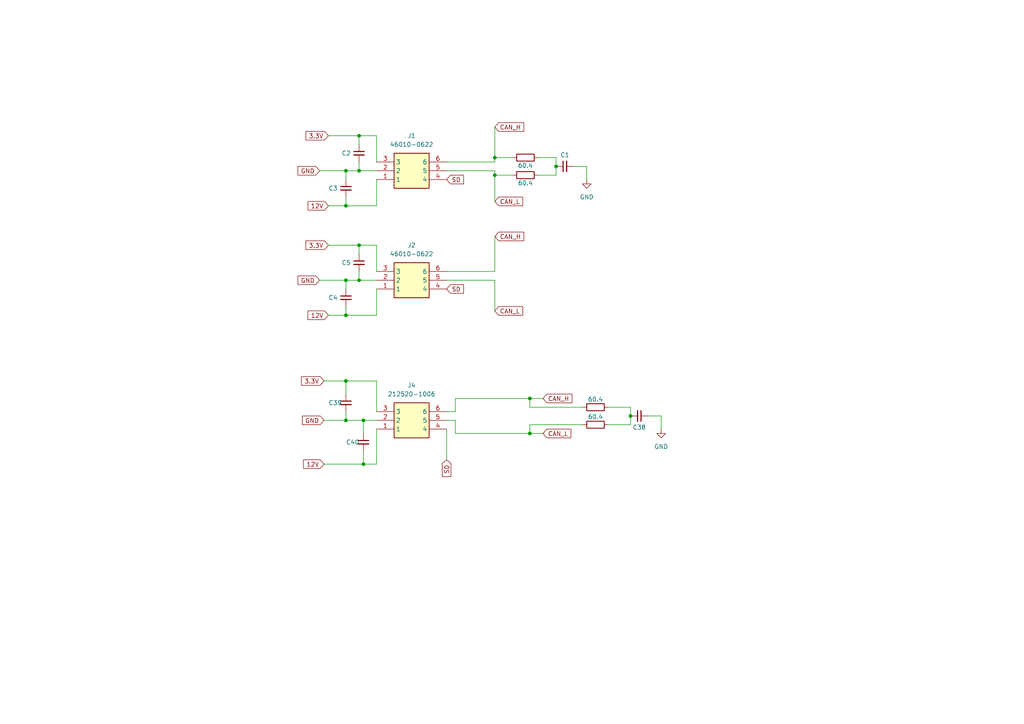
<source format=kicad_sch>
(kicad_sch (version 20231120) (generator "eeschema") (generator_version "8.0")
  (paper "A4")
  (lib_symbols
    (symbol "212520-1006:212520-1006"
      (property "Reference" "J" (at 16.51 7.62 0))
      (property "Value" "212520-1006" (at 16.51 5.08 0))
      (symbol "212520-1006_1_1"
        (rectangle (start 5.08 2.54) (end 15.24 -7.62) (stroke (width 0.254)) (fill (type background)))
        (pin passive line (at 0 -5.08 0) (length 5.08) (name "1") (number "1"))
        (pin passive line (at 0 -2.54 0) (length 5.08) (name "2") (number "2"))
        (pin passive line (at 0 0 0) (length 5.08) (name "3") (number "3"))
        (pin passive line (at 20.32 -5.08 180) (length 5.08) (name "4") (number "4"))
        (pin passive line (at 20.32 -2.54 180) (length 5.08) (name "5") (number "5"))
        (pin passive line (at 20.32 0 180) (length 5.08) (name "6") (number "6"))
      )
    )
    (symbol "46010-0622:46010-0622"
      (property "Reference" "J" (at 16.51 7.62 0))
      (property "Value" "46010-0622" (at 16.51 5.08 0))
      (symbol "46010-0622_1_1"
        (rectangle (start 5.08 2.54) (end 15.24 -7.62) (stroke (width 0.254)) (fill (type background)))
        (pin passive line (at 0 -5.08 0) (length 5.08) (name "1") (number "1"))
        (pin passive line (at 0 -2.54 0) (length 5.08) (name "2") (number "2"))
        (pin passive line (at 0 0 0) (length 5.08) (name "3") (number "3"))
        (pin passive line (at 20.32 -5.08 180) (length 5.08) (name "4") (number "4"))
        (pin passive line (at 20.32 -2.54 180) (length 5.08) (name "5") (number "5"))
        (pin passive line (at 20.32 0 180) (length 5.08) (name "6") (number "6"))
      )
    )
    (symbol "Device:C_Small" (pin_numbers hide) (pin_names (offset 0.254) hide)
      (property "Reference" "C" (at 0.254 1.778 0))
      (property "Value" "C_Small" (at 0.254 -2.032 0))
      (symbol "C_Small_0_1"
        (polyline (pts (xy -1.524 -0.508) (xy 1.524 -0.508)) (stroke (width 0.3302)))
        (polyline (pts (xy -1.524 0.508) (xy 1.524 0.508)) (stroke (width 0.3048)))
      )
      (symbol "C_Small_1_1"
        (pin passive line (at 0 2.54 270) (length 2.032) (name "~") (number "1"))
        (pin passive line (at 0 -2.54 90) (length 2.032) (name "~") (number "2"))
      )
    )
    (symbol "Device:R" (pin_numbers hide) (pin_names (offset 0))
      (property "Reference" "R" (at 2.032 0 90))
      (property "Value" "R" (at 0 0 90))
      (symbol "R_0_1"
        (rectangle (start -1.016 -2.54) (end 1.016 2.54) (stroke (width 0.254)))
      )
      (symbol "R_1_1"
        (pin passive line (at 0 3.81 270) (length 1.27) (name "~") (number "1"))
        (pin passive line (at 0 -3.81 90) (length 1.27) (name "~") (number "2"))
      )
    )
    (symbol "power:GND" (power) (pin_numbers hide) (pin_names (offset 0) hide)
      (property "Value" "GND" (at 0 -3.81 0))
      (symbol "GND_0_1"
        (polyline (pts (xy 0 0) (xy 0 -1.27) (xy 1.27 -1.27) (xy 0 -2.54) (xy -1.27 -1.27) (xy 0 -1.27)))
      )
      (symbol "GND_1_1"
        (pin power_in line (at 0 0 270) (length 0) (name "~") (number "1"))
      )
    )
  )
  (junction (at 161.29 48.26))
  (junction (at 100.33 121.92))
  (junction (at 104.14 49.53))
  (junction (at 100.33 49.53))
  (junction (at 105.41 121.92))
  (junction (at 143.51 50.8))
  (junction (at 100.33 91.44))
  (junction (at 104.14 39.37))
  (junction (at 153.67 125.73))
  (junction (at 182.88 120.65))
  (junction (at 143.51 45.72))
  (junction (at 100.33 81.28))
  (junction (at 105.41 134.62))
  (junction (at 100.33 59.69))
  (junction (at 153.67 115.57))
  (junction (at 104.14 71.12))
  (junction (at 104.14 81.28))
  (junction (at 100.33 110.49))
  (wire (pts (xy 104.14 71.12) (xy 109.22 71.12)))
  (wire (pts (xy 143.51 58.42) (xy 143.51 50.8)))
  (wire (pts (xy 156.21 45.72) (xy 161.29 45.72)))
  (wire (pts (xy 132.08 115.57) (xy 153.67 115.57)))
  (wire (pts (xy 93.98 134.62) (xy 105.41 134.62)))
  (wire (pts (xy 157.48 125.73) (xy 153.67 125.73)))
  (wire (pts (xy 161.29 48.26) (xy 161.29 50.8)))
  (wire (pts (xy 143.51 45.72) (xy 143.51 46.99)))
  (wire (pts (xy 143.51 50.8) (xy 143.51 49.53)))
  (wire (pts (xy 100.33 121.92) (xy 105.41 121.92)))
  (wire (pts (xy 161.29 45.72) (xy 161.29 48.26)))
  (wire (pts (xy 100.33 91.44) (xy 109.22 91.44)))
  (wire (pts (xy 191.77 120.65) (xy 191.77 124.46)))
  (wire (pts (xy 95.25 39.37) (xy 104.14 39.37)))
  (wire (pts (xy 143.51 45.72) (xy 148.59 45.72)))
  (wire (pts (xy 109.22 71.12) (xy 109.22 78.74)))
  (wire (pts (xy 153.67 115.57) (xy 153.67 118.11)))
  (wire (pts (xy 191.77 120.65) (xy 187.96 120.65)))
  (wire (pts (xy 104.14 39.37) (xy 109.22 39.37)))
  (wire (pts (xy 132.08 125.73) (xy 132.08 121.92)))
  (wire (pts (xy 132.08 119.38) (xy 129.54 119.38)))
  (wire (pts (xy 168.91 123.19) (xy 153.67 123.19)))
  (wire (pts (xy 143.51 49.53) (xy 129.54 49.53)))
  (wire (pts (xy 104.14 39.37) (xy 104.14 41.91)))
  (wire (pts (xy 143.51 46.99) (xy 129.54 46.99)))
  (wire (pts (xy 109.22 59.69) (xy 109.22 52.07)))
  (wire (pts (xy 100.33 57.15) (xy 100.33 59.69)))
  (wire (pts (xy 100.33 110.49) (xy 100.33 114.3)))
  (wire (pts (xy 109.22 110.49) (xy 109.22 119.38)))
  (wire (pts (xy 109.22 134.62) (xy 109.22 124.46)))
  (wire (pts (xy 129.54 133.35) (xy 129.54 124.46)))
  (wire (pts (xy 143.51 81.28) (xy 129.54 81.28)))
  (wire (pts (xy 100.33 81.28) (xy 104.14 81.28)))
  (wire (pts (xy 92.71 49.53) (xy 100.33 49.53)))
  (wire (pts (xy 104.14 49.53) (xy 109.22 49.53)))
  (wire (pts (xy 132.08 115.57) (xy 132.08 119.38)))
  (wire (pts (xy 100.33 59.69) (xy 109.22 59.69)))
  (wire (pts (xy 104.14 46.99) (xy 104.14 49.53)))
  (wire (pts (xy 100.33 119.38) (xy 100.33 121.92)))
  (wire (pts (xy 153.67 125.73) (xy 132.08 125.73)))
  (wire (pts (xy 105.41 121.92) (xy 109.22 121.92)))
  (wire (pts (xy 95.25 91.44) (xy 100.33 91.44)))
  (wire (pts (xy 132.08 121.92) (xy 129.54 121.92)))
  (wire (pts (xy 105.41 134.62) (xy 109.22 134.62)))
  (wire (pts (xy 93.98 110.49) (xy 100.33 110.49)))
  (wire (pts (xy 170.18 48.26) (xy 170.18 52.07)))
  (wire (pts (xy 100.33 81.28) (xy 100.33 83.82)))
  (wire (pts (xy 100.33 49.53) (xy 104.14 49.53)))
  (wire (pts (xy 92.71 81.28) (xy 100.33 81.28)))
  (wire (pts (xy 104.14 81.28) (xy 109.22 81.28)))
  (wire (pts (xy 176.53 123.19) (xy 182.88 123.19)))
  (wire (pts (xy 104.14 71.12) (xy 104.14 73.66)))
  (wire (pts (xy 182.88 120.65) (xy 182.88 118.11)))
  (wire (pts (xy 166.37 48.26) (xy 170.18 48.26)))
  (wire (pts (xy 153.67 115.57) (xy 157.48 115.57)))
  (wire (pts (xy 143.51 81.28) (xy 143.51 90.17)))
  (wire (pts (xy 143.51 36.83) (xy 143.51 45.72)))
  (wire (pts (xy 95.25 71.12) (xy 104.14 71.12)))
  (wire (pts (xy 105.41 121.92) (xy 105.41 125.73)))
  (wire (pts (xy 143.51 78.74) (xy 129.54 78.74)))
  (wire (pts (xy 109.22 91.44) (xy 109.22 83.82)))
  (wire (pts (xy 156.21 50.8) (xy 161.29 50.8)))
  (wire (pts (xy 143.51 68.58) (xy 143.51 78.74)))
  (wire (pts (xy 104.14 78.74) (xy 104.14 81.28)))
  (wire (pts (xy 100.33 49.53) (xy 100.33 52.07)))
  (wire (pts (xy 105.41 130.81) (xy 105.41 134.62)))
  (wire (pts (xy 153.67 123.19) (xy 153.67 125.73)))
  (wire (pts (xy 182.88 123.19) (xy 182.88 120.65)))
  (wire (pts (xy 182.88 118.11) (xy 176.53 118.11)))
  (wire (pts (xy 100.33 88.9) (xy 100.33 91.44)))
  (wire (pts (xy 93.98 121.92) (xy 100.33 121.92)))
  (wire (pts (xy 100.33 110.49) (xy 109.22 110.49)))
  (wire (pts (xy 95.25 59.69) (xy 100.33 59.69)))
  (wire (pts (xy 109.22 39.37) (xy 109.22 46.99)))
  (wire (pts (xy 143.51 50.8) (xy 148.59 50.8)))
  (wire (pts (xy 153.67 118.11) (xy 168.91 118.11)))
  (global_label "3.3V" (shape input) (at 93.98 110.49 180) (property "Intersheetrefs" "${INTERSHEET_REFS}" (effects (hide yes))))
  (global_label "GND" (shape input) (at 92.71 81.28 180) (property "Intersheetrefs" "${INTERSHEET_REFS}" (effects (hide yes))))
  (global_label "12V" (shape input) (at 95.25 91.44 180) (property "Intersheetrefs" "${INTERSHEET_REFS}" (effects (hide yes))))
  (global_label "3.3V" (shape input) (at 95.25 39.37 180) (property "Intersheetrefs" "${INTERSHEET_REFS}" (effects (hide yes))))
  (global_label "12V" (shape input) (at 93.98 134.62 180) (property "Intersheetrefs" "${INTERSHEET_REFS}" (effects (hide yes))))
  (global_label "3.3V" (shape input) (at 95.25 71.12 180) (property "Intersheetrefs" "${INTERSHEET_REFS}" (effects (hide yes))))
  (global_label "12V" (shape input) (at 95.25 59.69 180) (property "Intersheetrefs" "${INTERSHEET_REFS}" (effects (hide yes))))
  (global_label "CAN_L" (shape input) (at 143.51 90.17 0) (property "Intersheetrefs" "${INTERSHEET_REFS}" (effects (hide yes))))
  (global_label "CAN_L" (shape input) (at 157.48 125.73 0) (property "Intersheetrefs" "${INTERSHEET_REFS}" (effects (hide yes))))
  (global_label "CAN_H" (shape input) (at 157.48 115.57 0) (property "Intersheetrefs" "${INTERSHEET_REFS}" (effects (hide yes))))
  (global_label "SD" (shape input) (at 129.54 83.82 0) (property "Intersheetrefs" "${INTERSHEET_REFS}" (effects (hide yes))))
  (global_label "CAN_H" (shape input) (at 143.51 36.83 0) (property "Intersheetrefs" "${INTERSHEET_REFS}" (effects (hide yes))))
  (global_label "CAN_L" (shape input) (at 143.51 58.42 0) (property "Intersheetrefs" "${INTERSHEET_REFS}" (effects (hide yes))))
  (global_label "GND" (shape input) (at 92.71 49.53 180) (property "Intersheetrefs" "${INTERSHEET_REFS}" (effects (hide yes))))
  (global_label "SD" (shape input) (at 129.54 133.35 270) (property "Intersheetrefs" "${INTERSHEET_REFS}" (effects (hide yes))))
  (global_label "CAN_H" (shape input) (at 143.51 68.58 0) (property "Intersheetrefs" "${INTERSHEET_REFS}" (effects (hide yes))))
  (global_label "GND" (shape input) (at 93.98 121.92 180) (property "Intersheetrefs" "${INTERSHEET_REFS}" (effects (hide yes))))
  (global_label "SD" (shape input) (at 129.54 52.07 0) (property "Intersheetrefs" "${INTERSHEET_REFS}" (effects (hide yes))))
  (symbol (lib_id "Device:C_Small") (at 100.33 116.84 0) (unit 1)
    (property "Reference" "C39" (at 95.25 116.84 0) (effects (justify left)))
    (property "Value" "C_Small" (effects (hide yes)))
    (property "Description" "Unpolarized capacitor, small symbol" (effects (hide yes)))
  )
  (symbol (lib_id "Device:R") (at 172.72 123.19 270) (unit 1)
    (property "Reference" "R19" (effects (hide yes)))
    (property "Value" "60.4" (at 172.72 120.904 90))
    (property "Description" "Resistor" (effects (hide yes)))
  )
  (symbol (lib_id "power:GND") (at 191.77 124.46 0) (unit 1)
    (property "Reference" "#PWR044" (effects (hide yes)))
    (property "Value" "GND" (at 191.77 129.54 0))
    (property "Description" "Power symbol creates a global label with name \"GND\" , ground" (effects (hide yes)))
  )
  (symbol (lib_id "Device:R") (at 152.4 45.72 90) (unit 1)
    (property "Reference" "R3" (effects (hide yes)))
    (property "Value" "60.4" (at 152.4 48.006 90))
    (property "Description" "Resistor" (effects (hide yes)))
  )
  (symbol (lib_id "212520-1006:212520-1006") (at 109.22 119.38 0) (unit 1)
    (property "Reference" "J4" (at 119.38 111.76 0))
    (property "Value" "212520-1006" (at 119.38 114.3 0))
    (property "Footprint" "Molex 212520-1006:212520-1006" (effects (hide yes)))
    (property "Datasheet" "https://www.molex.com/pdm_docs/sd/2125201006_sd.pdf" (effects (hide yes)))
    (property "Height" "13.6" (effects (hide yes)))
    (property "Mouser Part Number" "538-212520-1006" (effects (hide yes)))
    (property "Mouser Price/Stock" "https://www.mouser.co.uk/ProductDetail/Molex/212520-1006?qs=pUKx8fyJudA8jKWmA%2FIrSg%3D%3D" (effects (hide yes)))
    (property "Manufacturer_Name" "Molex" (effects (hide yes)))
    (property "Manufacturer_Part_Number" "212520-1006" (effects (hide yes)))
  )
  (symbol (lib_id "Device:C_Small") (at 100.33 86.36 0) (unit 1)
    (property "Reference" "C4" (at 95.25 86.36 0) (effects (justify left)))
    (property "Value" "C_Small" (effects (hide yes)))
    (property "Description" "Unpolarized capacitor, small symbol" (effects (hide yes)))
  )
  (symbol (lib_id "Device:R") (at 172.72 118.11 270) (unit 1)
    (property "Reference" "R20" (effects (hide yes)))
    (property "Value" "60.4" (at 172.72 115.824 90))
    (property "Description" "Resistor" (effects (hide yes)))
  )
  (symbol (lib_id "power:GND") (at 170.18 52.07 0) (unit 1)
    (property "Reference" "#PWR03" (effects (hide yes)))
    (property "Value" "GND" (at 170.18 57.15 0))
    (property "Description" "Power symbol creates a global label with name \"GND\" , ground" (effects (hide yes)))
  )
  (symbol (lib_id "Device:C_Small") (at 100.33 54.61 0) (unit 1)
    (property "Reference" "C3" (at 95.25 54.61 0) (effects (justify left)))
    (property "Value" "C_Small" (effects (hide yes)))
    (property "Description" "Unpolarized capacitor, small symbol" (effects (hide yes)))
  )
  (symbol (lib_id "46010-0622:46010-0622") (at 109.22 78.74 0) (unit 1)
    (property "Reference" "J2" (at 119.38 71.12 0))
    (property "Value" "46010-0622" (at 119.38 73.66 0))
    (property "Footprint" "46010-06YY" (effects (hide yes)))
    (property "Datasheet" "https://componentsearchengine.com/Datasheets/1/46010-0622.pdf" (effects (hide yes)))
    (property "Description" "Mini-Fit Plus PCB Receptacle, 4.20mm Pitch, Dual Row, Vertical, Blind Mating, 6 Circuits, with Snap-in Plastic Peg PCB Lock, PA Polyamide Nylon 6/6, UL 94V-2" (effects (hide yes)))
    (property "Height" "14.1" (effects (hide yes)))
    (property "Mouser Part Number" "538-46010-0622" (effects (hide yes)))
    (property "Mouser Price/Stock" "https://www.mouser.com/Search/Refine.aspx?Keyword=538-46010-0622" (effects (hide yes)))
    (property "Manufacturer_Name" "Molex" (effects (hide yes)))
    (property "Manufacturer_Part_Number" "46010-0622" (effects (hide yes)))
  )
  (symbol (lib_id "46010-0622:46010-0622") (at 109.22 46.99 0) (unit 1)
    (property "Reference" "J1" (at 119.38 39.37 0))
    (property "Value" "46010-0622" (at 119.38 41.91 0))
    (property "Footprint" "46010-06YY" (effects (hide yes)))
    (property "Datasheet" "https://componentsearchengine.com/Datasheets/1/46010-0622.pdf" (effects (hide yes)))
    (property "Description" "Mini-Fit Plus PCB Receptacle, 4.20mm Pitch, Dual Row, Vertical, Blind Mating, 6 Circuits, with Snap-in Plastic Peg PCB Lock, PA Polyamide Nylon 6/6, UL 94V-2" (effects (hide yes)))
    (property "Height" "14.1" (effects (hide yes)))
    (property "Mouser Part Number" "538-46010-0622" (effects (hide yes)))
    (property "Mouser Price/Stock" "https://www.mouser.com/Search/Refine.aspx?Keyword=538-46010-0622" (effects (hide yes)))
    (property "Manufacturer_Name" "Molex" (effects (hide yes)))
    (property "Manufacturer_Part_Number" "46010-0622" (effects (hide yes)))
  )
  (symbol (lib_id "Device:C_Small") (at 163.83 48.26 90) (unit 1)
    (property "Reference" "C1" (at 163.83 44.958 90))
    (property "Value" "C_Small" (effects (hide yes)))
    (property "Description" "Unpolarized capacitor, small symbol" (effects (hide yes)))
  )
  (symbol (lib_id "Device:C_Small") (at 104.14 44.45 0) (unit 1)
    (property "Reference" "C2" (at 99.06 44.45 0) (effects (justify left)))
    (property "Value" "C_Small" (effects (hide yes)))
    (property "Description" "Unpolarized capacitor, small symbol" (effects (hide yes)))
  )
  (symbol (lib_id "Device:C_Small") (at 104.14 76.2 0) (unit 1)
    (property "Reference" "C5" (at 99.06 76.2 0) (effects (justify left)))
    (property "Value" "C_Small" (effects (hide yes)))
    (property "Description" "Unpolarized capacitor, small symbol" (effects (hide yes)))
  )
  (symbol (lib_id "Device:C_Small") (at 185.42 120.65 270) (unit 1)
    (property "Reference" "C38" (at 185.42 123.952 90))
    (property "Value" "C_Small" (effects (hide yes)))
    (property "Description" "Unpolarized capacitor, small symbol" (effects (hide yes)))
  )
  (symbol (lib_id "Device:R") (at 152.4 50.8 90) (unit 1)
    (property "Reference" "R4" (effects (hide yes)))
    (property "Value" "60.4" (at 152.4 53.086 90))
    (property "Description" "Resistor" (effects (hide yes)))
  )
  (symbol (lib_id "Device:C_Small") (at 105.41 128.27 0) (unit 1)
    (property "Reference" "C40" (at 100.33 128.27 0) (effects (justify left)))
    (property "Value" "C_Small" (effects (hide yes)))
    (property "Description" "Unpolarized capacitor, small symbol" (effects (hide yes)))
  )
)
</source>
